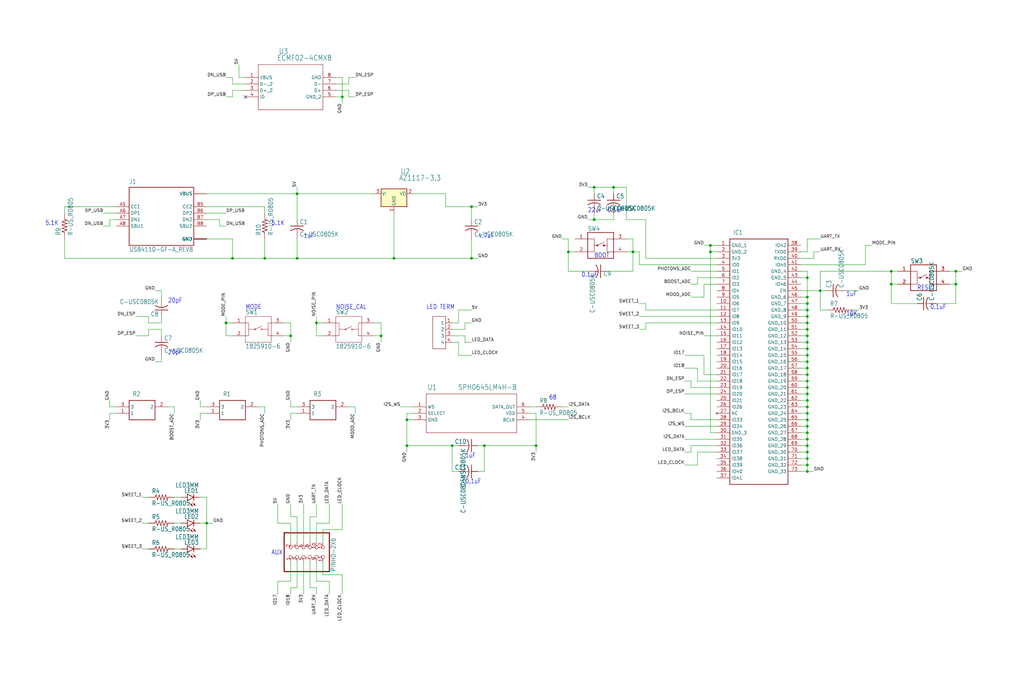
<source format=kicad_sch>
(kicad_sch (version 20211123) (generator eeschema)
  (paper "User" 402.717 264.643)
  (lib_symbols
    (symbol "Regulator_Linear:AZ1117-3.3" (pin_names (offset 0.254))
      (property "Reference" "U" (at -3.81 3.175 0))
      (property "Value" "AZ1117-3.3" (at 0 3.175 0))
      (symbol "AZ1117-3.3_1_1"
        (pin power_in line (at 0 -7.62 90) (length 2.54) (name "GND") (number "1"))
        (pin power_out line (at 7.62 0 180) (length 2.54) (name "VO") (number "2"))
        (pin power_in line (at -7.62 0 0) (length 2.54) (name "VI") (number "3"))
      )
    )
    (symbol "SENSORY_BRIDGE-eagle-import:1825910-6"
      (property "Reference" "SW" (at -5.0897 5.8531 0))
      (property "Value" "1825910-6" (at -5.0883 -7.6324 0))
      (symbol "1825910-6_1_0"
        (pin passive line (at -10.16 2.54 0) (length 5.08) (name "1") (number "1"))
        (pin passive line (at -10.16 -2.54 0) (length 5.08) (name "2") (number "2"))
        (pin passive line (at 10.16 2.54 180) (length 5.08) (name "3") (number "3"))
        (pin passive line (at 10.16 -2.54 180) (length 5.08) (name "4") (number "4"))
      )
    )
    (symbol "SENSORY_BRIDGE-eagle-import:3386P-1-103LF"
      (property "Reference" "R" (at 16.51 7.62 0))
      (property "Value" "3386P-1-103LF" (at 16.51 5.08 0))
      (symbol "3386P-1-103LF_1_0"
        (pin bidirectional line (at 0 -2.54 0) (length 5.08) (name "1") (number "1"))
        (pin bidirectional line (at 20.32 0 180) (length 5.08) (name "2") (number "2"))
        (pin bidirectional line (at 0 0 0) (length 5.08) (name "3") (number "3"))
      )
    )
    (symbol "SENSORY_BRIDGE-eagle-import:796949-4"
      (property "Reference" "J" (at -2.292 8.4041 0))
      (property "Value" "796949-4" (at -2.5451 -7.6353 0))
      (symbol "796949-4_1_0"
        (pin passive line (at 5.08 5.08 180) (length 2.54) (name "1") (number "1"))
        (pin passive line (at 5.08 2.54 180) (length 2.54) (name "2") (number "2"))
        (pin passive line (at 5.08 0 180) (length 2.54) (name "3") (number "3"))
        (pin passive line (at 5.08 -2.54 180) (length 2.54) (name "4") (number "4"))
      )
    )
    (symbol "SENSORY_BRIDGE-eagle-import:C-USC0805K"
      (property "Reference" "C" (at 1.016 0.635 0))
      (property "Value" "C-USC0805K" (at 1.016 -4.191 0))
      (symbol "C-USC0805K_1_0"
        (pin passive line (at 0 2.54 270) (length 2.54) (name "1") (number "1"))
        (pin passive line (at 0 -5.08 90) (length 2.54) (name "2") (number "2"))
      )
    )
    (symbol "SENSORY_BRIDGE-eagle-import:ECMF02-4CMX8"
      (property "Reference" "U" (at 15.5956 9.1186 0))
      (property "Value" "ECMF02-4CMX8" (at 14.9606 6.5786 0))
      (symbol "ECMF02-4CMX8_1_0"
        (pin power_in line (at 2.54 0 0) (length 5.08) (name "VBUS") (number "1"))
        (pin bidirectional line (at 2.54 -2.54 0) (length 5.08) (name "D-_2") (number "2"))
        (pin bidirectional line (at 2.54 -5.08 0) (length 5.08) (name "D+_2") (number "3"))
        (pin passive line (at 2.54 -7.62 0) (length 5.08) (name "ID") (number "4"))
        (pin passive line (at 38.1 -7.62 180) (length 5.08) (name "GND_2") (number "5"))
        (pin bidirectional line (at 38.1 -5.08 180) (length 5.08) (name "D+") (number "6"))
        (pin bidirectional line (at 38.1 -2.54 180) (length 5.08) (name "D-") (number "7"))
        (pin passive line (at 38.1 0 180) (length 5.08) (name "GND") (number "8"))
      )
    )
    (symbol "SENSORY_BRIDGE-eagle-import:ESP32-S2-MINI-1-N4R2"
      (property "Reference" "IC" (at 29.21 7.62 0))
      (property "Value" "ESP32-S2-MINI-1-N4R2" (at 29.21 5.08 0))
      (symbol "ESP32-S2-MINI-1-N4R2_1_0"
        (pin bidirectional line (at 0 0 0) (length 5.08) (name "GND_1") (number "1"))
        (pin bidirectional line (at 0 -22.86 0) (length 5.08) (name "IO6") (number "10"))
        (pin bidirectional line (at 0 -25.4 0) (length 5.08) (name "IO7") (number "11"))
        (pin bidirectional line (at 0 -27.94 0) (length 5.08) (name "IO8") (number "12"))
        (pin bidirectional line (at 0 -30.48 0) (length 5.08) (name "IO9") (number "13"))
        (pin bidirectional line (at 0 -33.02 0) (length 5.08) (name "IO10") (number "14"))
        (pin bidirectional line (at 0 -35.56 0) (length 5.08) (name "IO11") (number "15"))
        (pin bidirectional line (at 0 -38.1 0) (length 5.08) (name "IO12") (number "16"))
        (pin bidirectional line (at 0 -40.64 0) (length 5.08) (name "IO13") (number "17"))
        (pin bidirectional line (at 0 -43.18 0) (length 5.08) (name "IO14") (number "18"))
        (pin bidirectional line (at 0 -45.72 0) (length 5.08) (name "IO15") (number "19"))
        (pin bidirectional line (at 0 -2.54 0) (length 5.08) (name "GND_2") (number "2"))
        (pin bidirectional line (at 0 -48.26 0) (length 5.08) (name "IO16") (number "20"))
        (pin bidirectional line (at 0 -50.8 0) (length 5.08) (name "IO17") (number "21"))
        (pin bidirectional line (at 0 -53.34 0) (length 5.08) (name "IO18") (number "22"))
        (pin bidirectional line (at 0 -55.88 0) (length 5.08) (name "IO19") (number "23"))
        (pin bidirectional line (at 0 -58.42 0) (length 5.08) (name "IO20") (number "24"))
        (pin bidirectional line (at 0 -60.96 0) (length 5.08) (name "IO21") (number "25"))
        (pin bidirectional line (at 0 -63.5 0) (length 5.08) (name "IO26") (number "26"))
        (pin no_connect line (at 0 -66.04 0) (length 5.08) (name "NC") (number "27"))
        (pin bidirectional line (at 0 -68.58 0) (length 5.08) (name "IO33") (number "28"))
        (pin bidirectional line (at 0 -71.12 0) (length 5.08) (name "IO34") (number "29"))
        (pin bidirectional line (at 0 -5.08 0) (length 5.08) (name "3V3") (number "3"))
        (pin bidirectional line (at 0 -73.66 0) (length 5.08) (name "GND_3") (number "30"))
        (pin bidirectional line (at 0 -76.2 0) (length 5.08) (name "IO35") (number "31"))
        (pin bidirectional line (at 0 -78.74 0) (length 5.08) (name "IO36") (number "32"))
        (pin bidirectional line (at 0 -81.28 0) (length 5.08) (name "IO37") (number "33"))
        (pin bidirectional line (at 0 -83.82 0) (length 5.08) (name "IO38") (number "34"))
        (pin bidirectional line (at 0 -86.36 0) (length 5.08) (name "IO39") (number "35"))
        (pin bidirectional line (at 0 -88.9 0) (length 5.08) (name "IO40") (number "36"))
        (pin bidirectional line (at 0 -91.44 0) (length 5.08) (name "IO41") (number "37"))
        (pin bidirectional line (at 33.02 0 180) (length 5.08) (name "IO42") (number "38"))
        (pin bidirectional line (at 33.02 -2.54 180) (length 5.08) (name "TXD0") (number "39"))
        (pin bidirectional line (at 0 -7.62 0) (length 5.08) (name "IO0") (number "4"))
        (pin bidirectional line (at 33.02 -5.08 180) (length 5.08) (name "RXD0") (number "40"))
        (pin bidirectional line (at 33.02 -7.62 180) (length 5.08) (name "IO45") (number "41"))
        (pin bidirectional line (at 33.02 -10.16 180) (length 5.08) (name "GND_4") (number "42"))
        (pin bidirectional line (at 33.02 -12.7 180) (length 5.08) (name "GND_5") (number "43"))
        (pin bidirectional line (at 33.02 -15.24 180) (length 5.08) (name "IO46") (number "44"))
        (pin bidirectional line (at 33.02 -17.78 180) (length 5.08) (name "EN") (number "45"))
        (pin bidirectional line (at 33.02 -20.32 180) (length 5.08) (name "GND_6") (number "46"))
        (pin bidirectional line (at 33.02 -22.86 180) (length 5.08) (name "GND_7") (number "47"))
        (pin bidirectional line (at 33.02 -25.4 180) (length 5.08) (name "GND_8") (number "48"))
        (pin bidirectional line (at 33.02 -27.94 180) (length 5.08) (name "GND_9") (number "49"))
        (pin bidirectional line (at 0 -10.16 0) (length 5.08) (name "IO1") (number "5"))
        (pin bidirectional line (at 33.02 -30.48 180) (length 5.08) (name "GND_10") (number "50"))
        (pin bidirectional line (at 33.02 -33.02 180) (length 5.08) (name "GND_11") (number "51"))
        (pin bidirectional line (at 33.02 -35.56 180) (length 5.08) (name "GND_12") (number "52"))
        (pin bidirectional line (at 33.02 -38.1 180) (length 5.08) (name "GND_13") (number "53"))
        (pin bidirectional line (at 33.02 -40.64 180) (length 5.08) (name "GND_14") (number "54"))
        (pin bidirectional line (at 33.02 -43.18 180) (length 5.08) (name "GND_15") (number "55"))
        (pin bidirectional line (at 33.02 -45.72 180) (length 5.08) (name "GND_16") (number "56"))
        (pin bidirectional line (at 33.02 -48.26 180) (length 5.08) (name "GND_17") (number "57"))
        (pin bidirectional line (at 33.02 -50.8 180) (length 5.08) (name "GND_18") (number "58"))
        (pin bidirectional line (at 33.02 -53.34 180) (length 5.08) (name "GND_19") (number "59"))
        (pin bidirectional line (at 0 -12.7 0) (length 5.08) (name "IO2") (number "6"))
        (pin bidirectional line (at 33.02 -55.88 180) (length 5.08) (name "GND_20") (number "60"))
        (pin bidirectional line (at 33.02 -58.42 180) (length 5.08) (name "GND_21") (number "61"))
        (pin bidirectional line (at 33.02 -60.96 180) (length 5.08) (name "GND_22") (number "62"))
        (pin bidirectional line (at 33.02 -63.5 180) (length 5.08) (name "GND_23") (number "63"))
        (pin bidirectional line (at 33.02 -66.04 180) (length 5.08) (name "GND_24") (number "64"))
        (pin bidirectional line (at 33.02 -68.58 180) (length 5.08) (name "GND_25") (number "65"))
        (pin bidirectional line (at 33.02 -71.12 180) (length 5.08) (name "GND_26") (number "66"))
        (pin bidirectional line (at 33.02 -73.66 180) (length 5.08) (name "GND_27") (number "67"))
        (pin bidirectional line (at 33.02 -76.2 180) (length 5.08) (name "GND_28") (number "68"))
        (pin bidirectional line (at 33.02 -78.74 180) (length 5.08) (name "GND_29") (number "69"))
        (pin bidirectional line (at 0 -15.24 0) (length 5.08) (name "IO3") (number "7"))
        (pin bidirectional line (at 33.02 -81.28 180) (length 5.08) (name "GND_30") (number "70"))
        (pin bidirectional line (at 33.02 -83.82 180) (length 5.08) (name "GND_31") (number "71"))
        (pin bidirectional line (at 33.02 -86.36 180) (length 5.08) (name "GND_32") (number "72"))
        (pin bidirectional line (at 33.02 -88.9 180) (length 5.08) (name "GND_33") (number "73"))
        (pin bidirectional line (at 0 -17.78 0) (length 5.08) (name "IO4") (number "8"))
        (pin bidirectional line (at 0 -20.32 0) (length 5.08) (name "IO5") (number "9"))
      )
    )
    (symbol "SENSORY_BRIDGE-eagle-import:LED3MM"
      (property "Reference" "LED" (at 3.556 -4.572 90))
      (property "Value" "LED3MM" (at 5.715 -4.572 90))
      (symbol "LED3MM_1_0"
        (pin passive line (at 0 2.54 270) (length 2.54) (name "A") (number "A"))
        (pin passive line (at 0 -5.08 90) (length 2.54) (name "C") (number "K"))
      )
    )
    (symbol "SENSORY_BRIDGE-eagle-import:PINHD-2X6"
      (property "Reference" "JP" (at -6.35 8.255 0))
      (property "Value" "PINHD-2X6" (at -6.35 -12.7 0))
      (symbol "PINHD-2X6_1_0"
        (pin passive inverted (at -2.54 5.08 0) (length 2.54) (name "1") (number "1"))
        (pin passive inverted (at 5.08 -5.08 180) (length 2.54) (name "10") (number "10"))
        (pin passive inverted (at -2.54 -7.62 0) (length 2.54) (name "11") (number "11"))
        (pin passive inverted (at 5.08 -7.62 180) (length 2.54) (name "12") (number "12"))
        (pin passive inverted (at 5.08 5.08 180) (length 2.54) (name "2") (number "2"))
        (pin passive inverted (at -2.54 2.54 0) (length 2.54) (name "3") (number "3"))
        (pin passive inverted (at 5.08 2.54 180) (length 2.54) (name "4") (number "4"))
        (pin passive inverted (at -2.54 0 0) (length 2.54) (name "5") (number "5"))
        (pin passive inverted (at 5.08 0 180) (length 2.54) (name "6") (number "6"))
        (pin passive inverted (at -2.54 -2.54 0) (length 2.54) (name "7") (number "7"))
        (pin passive inverted (at 5.08 -2.54 180) (length 2.54) (name "8") (number "8"))
        (pin passive inverted (at -2.54 -5.08 0) (length 2.54) (name "9") (number "9"))
      )
    )
    (symbol "SENSORY_BRIDGE-eagle-import:PTS525SM15SMTR2LFS"
      (property "Reference" "S" (at -5.0838 5.5922 0))
      (property "Value" "PTS525SM15SMTR2LFS" (at -5.0808 -7.3672 0))
      (symbol "PTS525SM15SMTR2LFS_1_0"
        (pin passive line (at -10.16 2.54 0) (length 5.08) (name "1") (number "1"))
        (pin passive line (at -10.16 -2.54 0) (length 5.08) (name "2") (number "2"))
        (pin passive line (at 10.16 2.54 180) (length 5.08) (name "3") (number "3"))
        (pin passive line (at 10.16 -2.54 180) (length 5.08) (name "4") (number "4"))
      )
    )
    (symbol "SENSORY_BRIDGE-eagle-import:R-US_R0805"
      (property "Reference" "R" (at -3.81 1.4986 0))
      (property "Value" "R-US_R0805" (at -3.81 -3.302 0))
      (symbol "R-US_R0805_1_0"
        (pin passive line (at -5.08 0 0) (length 2.54) (name "1") (number "1"))
        (pin passive line (at 5.08 0 180) (length 2.54) (name "2") (number "2"))
      )
    )
    (symbol "SENSORY_BRIDGE-eagle-import:SPH0645LM4H-B"
      (property "Reference" "U" (at 20.6756 9.1186 0))
      (property "Value" "SPH0645LM4H-B" (at 20.0406 6.5786 0))
      (symbol "SPH0645LM4H-B_1_0"
        (pin input line (at 2.54 0 0) (length 5.08) (name "WS") (number "1"))
        (pin input line (at 2.54 -2.54 0) (length 5.08) (name "SELECT") (number "2"))
        (pin passive line (at 2.54 -5.08 0) (length 5.08) (name "GND") (number "3"))
        (pin input line (at 48.26 -5.08 180) (length 5.08) (name "BCLK") (number "4"))
        (pin power_in line (at 48.26 -2.54 180) (length 5.08) (name "VDD") (number "5"))
        (pin output line (at 48.26 0 180) (length 5.08) (name "DATA_OUT") (number "6"))
      )
    )
    (symbol "SENSORY_BRIDGE-eagle-import:USB4110-GF-A_REVB"
      (property "Reference" "J" (at -12.7 11.43 0))
      (property "Value" "USB4110-GF-A_REVB" (at -12.7 -15.24 0))
      (symbol "USB4110-GF-A_REVB_1_0"
        (pin power_in line (at 17.78 -10.16 180) (length 5.08) (name "GND") (number "A1/B12"))
        (pin power_in line (at 17.78 7.62 180) (length 5.08) (name "VBUS") (number "A4/B9"))
        (pin bidirectional line (at -17.78 2.54 0) (length 5.08) (name "CC1") (number "A5"))
        (pin bidirectional line (at -17.78 0 0) (length 5.08) (name "DP1") (number "A6"))
        (pin bidirectional line (at -17.78 -2.54 0) (length 5.08) (name "DN1") (number "A7"))
        (pin bidirectional line (at -17.78 -5.08 0) (length 5.08) (name "SBU1") (number "A8"))
        (pin power_in line (at 17.78 -10.16 180) (length 5.08) (name "GND") (number "B1/A12"))
        (pin power_in line (at 17.78 7.62 180) (length 5.08) (name "VBUS") (number "B4/A9"))
        (pin bidirectional line (at 17.78 2.54 180) (length 5.08) (name "CC2") (number "B5"))
        (pin bidirectional line (at 17.78 0 180) (length 5.08) (name "DP2") (number "B6"))
        (pin bidirectional line (at 17.78 -2.54 180) (length 5.08) (name "DN2") (number "B7"))
        (pin bidirectional line (at 17.78 -5.08 180) (length 5.08) (name "SBU2") (number "B8"))
        (pin power_in line (at 17.78 -10.16 180) (length 5.08) (name "GND") (number "S1"))
        (pin power_in line (at 17.78 -10.16 180) (length 5.08) (name "GND") (number "S2"))
        (pin power_in line (at 17.78 -10.16 180) (length 5.08) (name "GND") (number "S3"))
        (pin power_in line (at 17.78 -10.16 180) (length 5.08) (name "GND") (number "S4"))
      )
    )
  )
  (junction (at 279.4 99.06))
  (junction (at 81.28 205.74))
  (junction (at 124.46 127))
  (junction (at 114.3 132.08))
  (junction (at 317.5 160.02))
  (junction (at 160.02 165.1))
  (junction (at 88.9 127))
  (junction (at 317.5 132.08))
  (junction (at 149.86 132.08))
  (junction (at 233.68 86.36))
  (junction (at 160.02 175.26))
  (junction (at 177.8 175.26))
  (junction (at 317.5 109.22))
  (junction (at 317.5 137.16))
  (junction (at 375.92 106.68))
  (junction (at 317.5 177.8))
  (junction (at 317.5 170.18))
  (junction (at 350.52 111.76))
  (junction (at 317.5 129.54))
  (junction (at 317.5 172.72))
  (junction (at 317.5 152.4))
  (junction (at 317.5 175.26))
  (junction (at 317.5 124.46))
  (junction (at 91.44 101.6))
  (junction (at 317.5 165.1))
  (junction (at 317.5 139.7))
  (junction (at 317.5 182.88))
  (junction (at 134.62 38.1))
  (junction (at 185.42 101.6))
  (junction (at 241.3 73.66))
  (junction (at 317.5 116.84))
  (junction (at 248.92 99.06))
  (junction (at 317.5 134.62))
  (junction (at 154.94 101.6))
  (junction (at 317.5 147.32))
  (junction (at 317.5 127))
  (junction (at 233.68 73.66))
  (junction (at 104.14 101.6))
  (junction (at 322.58 114.3))
  (junction (at 317.5 185.42))
  (junction (at 223.52 99.06))
  (junction (at 375.92 111.76))
  (junction (at 116.84 101.6))
  (junction (at 317.5 162.56))
  (junction (at 116.84 76.2))
  (junction (at 317.5 157.48))
  (junction (at 317.5 144.78))
  (junction (at 210.82 175.26))
  (junction (at 190.5 175.26))
  (junction (at 350.52 106.68))
  (junction (at 317.5 167.64))
  (junction (at 185.42 81.28))
  (junction (at 317.5 142.24))
  (junction (at 317.5 149.86))
  (junction (at 317.5 119.38))
  (junction (at 317.5 121.92))
  (junction (at 317.5 154.94))
  (junction (at 317.5 180.34))
  (junction (at 279.4 96.52))
  (no_connect (at 96.52 38.1))
  (wire (pts (xy 375.92 106.68) (xy 375.92 111.76)))
  (wire (pts (xy 162.56 162.56) (xy 160.02 162.56)))
  (wire (pts (xy 322.58 121.92) (xy 325.12 121.92)))
  (wire (pts (xy 226.06 99.06) (xy 223.52 99.06)))
  (wire (pts (xy 114.3 162.56) (xy 114.3 165.1)))
  (wire (pts (xy 281.94 121.92) (xy 254 121.92)))
  (wire (pts (xy 251.46 104.14) (xy 251.46 99.06)))
  (wire (pts (xy 114.3 160.02) (xy 114.3 157.48)))
  (wire (pts (xy 322.58 106.68) (xy 350.52 106.68)))
  (wire (pts (xy 78.74 215.9) (xy 81.28 215.9)))
  (wire (pts (xy 322.58 114.3) (xy 325.12 114.3)))
  (wire (pts (xy 317.5 139.7) (xy 317.5 142.24)))
  (wire (pts (xy 317.5 185.42) (xy 314.96 185.42)))
  (wire (pts (xy 177.8 134.62) (xy 180.34 134.62)))
  (wire (pts (xy 241.3 86.36) (xy 241.3 83.82)))
  (wire (pts (xy 271.78 175.26) (xy 281.94 175.26)))
  (wire (pts (xy 58.42 132.08) (xy 53.34 132.08)))
  (wire (pts (xy 58.42 205.74) (xy 55.88 205.74)))
  (wire (pts (xy 58.42 195.58) (xy 55.88 195.58)))
  (wire (pts (xy 68.58 160.02) (xy 68.58 162.56)))
  (wire (pts (xy 68.58 195.58) (xy 71.12 195.58)))
  (wire (pts (xy 177.8 185.42) (xy 180.34 185.42)))
  (wire (pts (xy 274.32 109.22) (xy 274.32 111.76)))
  (wire (pts (xy 86.36 86.36) (xy 86.36 88.9)))
  (wire (pts (xy 190.5 175.26) (xy 187.96 175.26)))
  (wire (pts (xy 241.3 76.2) (xy 241.3 73.66)))
  (wire (pts (xy 96.52 30.48) (xy 93.98 30.48)))
  (wire (pts (xy 91.44 101.6) (xy 104.14 101.6)))
  (wire (pts (xy 248.92 93.98) (xy 246.38 93.98)))
  (wire (pts (xy 340.36 104.14) (xy 340.36 96.52)))
  (wire (pts (xy 116.84 160.02) (xy 114.3 160.02)))
  (wire (pts (xy 317.5 99.06) (xy 317.5 93.98)))
  (wire (pts (xy 317.5 119.38) (xy 317.5 121.92)))
  (wire (pts (xy 104.14 101.6) (xy 116.84 101.6)))
  (wire (pts (xy 63.5 114.3) (xy 60.96 114.3)))
  (wire (pts (xy 81.28 93.98) (xy 91.44 93.98)))
  (wire (pts (xy 314.96 154.94) (xy 317.5 154.94)))
  (wire (pts (xy 180.34 121.92) (xy 185.42 121.92)))
  (wire (pts (xy 375.92 111.76) (xy 373.38 111.76)))
  (wire (pts (xy 314.96 99.06) (xy 317.5 99.06)))
  (wire (pts (xy 274.32 177.8) (xy 281.94 177.8)))
  (wire (pts (xy 81.28 205.74) (xy 83.82 205.74)))
  (wire (pts (xy 274.32 144.78) (xy 269.24 144.78)))
  (wire (pts (xy 66.04 160.02) (xy 68.58 160.02)))
  (wire (pts (xy 317.5 157.48) (xy 317.5 160.02)))
  (wire (pts (xy 114.3 231.14) (xy 114.3 233.68)))
  (wire (pts (xy 317.5 109.22) (xy 317.5 116.84)))
  (wire (pts (xy 124.46 203.2) (xy 124.46 198.12)))
  (wire (pts (xy 233.68 86.36) (xy 231.14 86.36)))
  (wire (pts (xy 160.02 175.26) (xy 160.02 177.8)))
  (wire (pts (xy 127 226.06) (xy 134.62 226.06)))
  (wire (pts (xy 314.96 104.14) (xy 340.36 104.14)))
  (wire (pts (xy 271.78 162.56) (xy 269.24 162.56)))
  (wire (pts (xy 124.46 213.36) (xy 124.46 205.74)))
  (wire (pts (xy 233.68 83.82) (xy 233.68 86.36)))
  (wire (pts (xy 114.3 228.6) (xy 109.22 228.6)))
  (wire (pts (xy 281.94 124.46) (xy 251.46 124.46)))
  (wire (pts (xy 208.28 160.02) (xy 210.82 160.02)))
  (wire (pts (xy 317.5 93.98) (xy 322.58 93.98)))
  (wire (pts (xy 314.96 162.56) (xy 317.5 162.56)))
  (wire (pts (xy 185.42 101.6) (xy 185.42 93.98)))
  (wire (pts (xy 332.74 114.3) (xy 337.82 114.3)))
  (wire (pts (xy 81.28 86.36) (xy 86.36 86.36)))
  (wire (pts (xy 127 213.36) (xy 127 208.28)))
  (wire (pts (xy 281.94 152.4) (xy 271.78 152.4)))
  (wire (pts (xy 223.52 93.98) (xy 220.98 93.98)))
  (wire (pts (xy 233.68 73.66) (xy 231.14 73.66)))
  (wire (pts (xy 248.92 99.06) (xy 246.38 99.06)))
  (wire (pts (xy 375.92 106.68) (xy 378.46 106.68)))
  (wire (pts (xy 124.46 127) (xy 124.46 132.08)))
  (wire (pts (xy 58.42 215.9) (xy 55.88 215.9)))
  (wire (pts (xy 187.96 185.42) (xy 190.5 185.42)))
  (wire (pts (xy 233.68 86.36) (xy 241.3 86.36)))
  (wire (pts (xy 63.5 142.24) (xy 60.96 142.24)))
  (wire (pts (xy 63.5 127) (xy 63.5 124.46)))
  (wire (pts (xy 314.96 149.86) (xy 317.5 149.86)))
  (wire (pts (xy 279.4 170.18) (xy 279.4 99.06)))
  (wire (pts (xy 271.78 165.1) (xy 281.94 165.1)))
  (wire (pts (xy 96.52 35.56) (xy 91.44 35.56)))
  (wire (pts (xy 317.5 149.86) (xy 317.5 152.4)))
  (wire (pts (xy 317.5 182.88) (xy 317.5 185.42)))
  (wire (pts (xy 81.28 83.82) (xy 88.9 83.82)))
  (wire (pts (xy 314.96 106.68) (xy 317.5 106.68)))
  (wire (pts (xy 246.38 86.36) (xy 246.38 73.66)))
  (wire (pts (xy 180.34 134.62) (xy 180.34 139.7)))
  (wire (pts (xy 281.94 154.94) (xy 269.24 154.94)))
  (wire (pts (xy 137.16 30.48) (xy 139.7 30.48)))
  (wire (pts (xy 281.94 106.68) (xy 271.78 106.68)))
  (wire (pts (xy 276.86 147.32) (xy 276.86 139.7)))
  (wire (pts (xy 314.96 152.4) (xy 317.5 152.4)))
  (wire (pts (xy 314.96 101.6) (xy 320.04 101.6)))
  (wire (pts (xy 314.96 134.62) (xy 317.5 134.62)))
  (wire (pts (xy 25.4 101.6) (xy 91.44 101.6)))
  (wire (pts (xy 317.5 106.68) (xy 317.5 109.22)))
  (wire (pts (xy 314.96 182.88) (xy 317.5 182.88)))
  (wire (pts (xy 45.72 160.02) (xy 43.18 160.02)))
  (wire (pts (xy 104.14 160.02) (xy 104.14 162.56)))
  (wire (pts (xy 281.94 104.14) (xy 251.46 104.14)))
  (wire (pts (xy 317.5 109.22) (xy 314.96 109.22)))
  (wire (pts (xy 281.94 101.6) (xy 254 101.6)))
  (wire (pts (xy 147.32 127) (xy 149.86 127)))
  (wire (pts (xy 314.96 160.02) (xy 317.5 160.02)))
  (wire (pts (xy 63.5 116.84) (xy 63.5 114.3)))
  (wire (pts (xy 160.02 162.56) (xy 160.02 165.1)))
  (wire (pts (xy 314.96 124.46) (xy 317.5 124.46)))
  (wire (pts (xy 373.38 106.68) (xy 375.92 106.68)))
  (wire (pts (xy 314.96 119.38) (xy 317.5 119.38)))
  (wire (pts (xy 185.42 86.36) (xy 185.42 81.28)))
  (wire (pts (xy 137.16 160.02) (xy 139.7 160.02)))
  (wire (pts (xy 276.86 116.84) (xy 271.78 116.84)))
  (wire (pts (xy 114.3 220.98) (xy 114.3 228.6)))
  (wire (pts (xy 314.96 177.8) (xy 317.5 177.8)))
  (wire (pts (xy 45.72 162.56) (xy 43.18 162.56)))
  (wire (pts (xy 317.5 134.62) (xy 317.5 137.16)))
  (wire (pts (xy 86.36 88.9) (xy 88.9 88.9)))
  (wire (pts (xy 116.84 86.36) (xy 116.84 76.2)))
  (wire (pts (xy 134.62 30.48) (xy 134.62 38.1)))
  (wire (pts (xy 208.28 165.1) (xy 223.52 165.1)))
  (wire (pts (xy 317.5 137.16) (xy 317.5 139.7)))
  (wire (pts (xy 254 86.36) (xy 246.38 86.36)))
  (wire (pts (xy 137.16 38.1) (xy 139.7 38.1)))
  (wire (pts (xy 121.92 213.36) (xy 121.92 203.2)))
  (wire (pts (xy 127 208.28) (xy 134.62 208.28)))
  (wire (pts (xy 279.4 96.52) (xy 276.86 96.52)))
  (wire (pts (xy 88.9 132.08) (xy 91.44 132.08)))
  (wire (pts (xy 58.42 127) (xy 58.42 124.46)))
  (wire (pts (xy 134.62 208.28) (xy 134.62 198.12)))
  (wire (pts (xy 116.84 162.56) (xy 114.3 162.56)))
  (wire (pts (xy 119.38 220.98) (xy 119.38 233.68)))
  (wire (pts (xy 279.4 96.52) (xy 279.4 99.06)))
  (wire (pts (xy 111.76 127) (xy 114.3 127)))
  (wire (pts (xy 271.78 149.86) (xy 269.24 149.86)))
  (wire (pts (xy 132.08 30.48) (xy 134.62 30.48)))
  (wire (pts (xy 210.82 175.26) (xy 210.82 177.8)))
  (wire (pts (xy 314.96 132.08) (xy 317.5 132.08)))
  (wire (pts (xy 314.96 172.72) (xy 317.5 172.72)))
  (wire (pts (xy 149.86 132.08) (xy 149.86 134.62)))
  (wire (pts (xy 314.96 116.84) (xy 317.5 116.84)))
  (wire (pts (xy 182.88 127) (xy 185.42 127)))
  (wire (pts (xy 317.5 152.4) (xy 317.5 154.94)))
  (wire (pts (xy 190.5 185.42) (xy 190.5 175.26)))
  (wire (pts (xy 124.46 220.98) (xy 124.46 228.6)))
  (wire (pts (xy 81.28 81.28) (xy 104.14 81.28)))
  (wire (pts (xy 162.56 76.2) (xy 175.26 76.2)))
  (wire (pts (xy 317.5 177.8) (xy 317.5 180.34)))
  (wire (pts (xy 116.84 101.6) (xy 154.94 101.6)))
  (wire (pts (xy 317.5 170.18) (xy 317.5 172.72)))
  (wire (pts (xy 314.96 165.1) (xy 317.5 165.1)))
  (wire (pts (xy 276.86 111.76) (xy 276.86 116.84)))
  (wire (pts (xy 43.18 88.9) (xy 40.64 88.9)))
  (wire (pts (xy 116.84 220.98) (xy 116.84 231.14)))
  (wire (pts (xy 322.58 114.3) (xy 322.58 106.68)))
  (wire (pts (xy 314.96 127) (xy 317.5 127)))
  (wire (pts (xy 116.84 76.2) (xy 116.84 73.66)))
  (wire (pts (xy 78.74 160.02) (xy 78.74 157.48)))
  (wire (pts (xy 91.44 38.1) (xy 88.9 38.1)))
  (wire (pts (xy 109.22 205.74) (xy 109.22 198.12)))
  (wire (pts (xy 129.54 205.74) (xy 129.54 198.12)))
  (wire (pts (xy 96.52 33.02) (xy 91.44 33.02)))
  (wire (pts (xy 132.08 33.02) (xy 137.16 33.02)))
  (wire (pts (xy 114.3 205.74) (xy 109.22 205.74)))
  (wire (pts (xy 317.5 167.64) (xy 317.5 170.18)))
  (wire (pts (xy 274.32 177.8) (xy 274.32 182.88)))
  (wire (pts (xy 251.46 99.06) (xy 248.92 99.06)))
  (wire (pts (xy 81.28 76.2) (xy 116.84 76.2)))
  (wire (pts (xy 375.92 111.76) (xy 375.92 119.38)))
  (wire (pts (xy 281.94 149.86) (xy 274.32 149.86)))
  (wire (pts (xy 281.94 96.52) (xy 279.4 96.52)))
  (wire (pts (xy 137.16 35.56) (xy 137.16 38.1)))
  (wire (pts (xy 25.4 81.28) (xy 25.4 83.82)))
  (wire (pts (xy 134.62 226.06) (xy 134.62 233.68)))
  (wire (pts (xy 177.8 127) (xy 180.34 127)))
  (wire (pts (xy 116.84 231.14) (xy 114.3 231.14)))
  (wire (pts (xy 223.52 99.06) (xy 223.52 106.68)))
  (wire (pts (xy 119.38 213.36) (xy 119.38 198.12)))
  (wire (pts (xy 314.96 157.48) (xy 317.5 157.48)))
  (wire (pts (xy 185.42 101.6) (xy 187.96 101.6)))
  (wire (pts (xy 121.92 203.2) (xy 124.46 203.2)))
  (wire (pts (xy 317.5 121.92) (xy 317.5 124.46)))
  (wire (pts (xy 350.52 119.38) (xy 360.68 119.38)))
  (wire (pts (xy 127 127) (xy 124.46 127)))
  (wire (pts (xy 317.5 175.26) (xy 317.5 177.8)))
  (wire (pts (xy 91.44 30.48) (xy 88.9 30.48)))
  (wire (pts (xy 177.8 132.08) (xy 182.88 132.08)))
  (wire (pts (xy 233.68 73.66) (xy 241.3 73.66)))
  (wire (pts (xy 350.52 111.76) (xy 350.52 119.38)))
  (wire (pts (xy 124.46 205.74) (xy 129.54 205.74)))
  (wire (pts (xy 127 220.98) (xy 127 226.06)))
  (wire (pts (xy 182.88 132.08) (xy 182.88 134.62)))
  (wire (pts (xy 116.84 203.2) (xy 114.3 203.2)))
  (wire (pts (xy 271.78 162.56) (xy 271.78 165.1)))
  (wire (pts (xy 314.96 147.32) (xy 317.5 147.32)))
  (wire (pts (xy 160.02 175.26) (xy 177.8 175.26)))
  (wire (pts (xy 314.96 121.92) (xy 317.5 121.92)))
  (wire (pts (xy 114.3 127) (xy 114.3 132.08)))
  (wire (pts (xy 91.44 33.02) (xy 91.44 30.48)))
  (wire (pts (xy 317.5 116.84) (xy 317.5 119.38)))
  (wire (pts (xy 139.7 160.02) (xy 139.7 162.56)))
  (wire (pts (xy 281.94 147.32) (xy 276.86 147.32)))
  (wire (pts (xy 101.6 160.02) (xy 104.14 160.02)))
  (wire (pts (xy 185.42 81.28) (xy 187.96 81.28)))
  (wire (pts (xy 91.44 93.98) (xy 91.44 101.6)))
  (wire (pts (xy 210.82 162.56) (xy 210.82 175.26)))
  (wire (pts (xy 182.88 129.54) (xy 182.88 127)))
  (wire (pts (xy 220.98 160.02) (xy 223.52 160.02)))
  (wire (pts (xy 271.78 152.4) (xy 271.78 149.86)))
  (wire (pts (xy 129.54 228.6) (xy 129.54 233.68)))
  (wire (pts (xy 58.42 124.46) (xy 53.34 124.46)))
  (wire (pts (xy 317.5 142.24) (xy 317.5 144.78)))
  (wire (pts (xy 68.58 215.9) (xy 71.12 215.9)))
  (wire (pts (xy 233.68 73.66) (xy 233.68 76.2)))
  (wire (pts (xy 314.96 175.26) (xy 317.5 175.26)))
  (wire (pts (xy 274.32 149.86) (xy 274.32 144.78)))
  (wire (pts (xy 104.14 81.28) (xy 104.14 83.82)))
  (wire (pts (xy 160.02 165.1) (xy 162.56 165.1)))
  (wire (pts (xy 223.52 106.68) (xy 231.14 106.68)))
  (wire (pts (xy 314.96 129.54) (xy 317.5 129.54)))
  (wire (pts (xy 271.78 177.8) (xy 271.78 175.26)))
  (wire (pts (xy 314.96 180.34) (xy 317.5 180.34)))
  (wire (pts (xy 114.3 203.2) (xy 114.3 198.12)))
  (wire (pts (xy 177.8 175.26) (xy 180.34 175.26)))
  (wire (pts (xy 88.9 127) (xy 88.9 124.46)))
  (wire (pts (xy 274.32 111.76) (xy 271.78 111.76)))
  (wire (pts (xy 121.92 220.98) (xy 121.92 231.14)))
  (wire (pts (xy 109.22 228.6) (xy 109.22 233.68)))
  (wire (pts (xy 63.5 127) (xy 58.42 127)))
  (wire (pts (xy 246.38 73.66) (xy 241.3 73.66)))
  (wire (pts (xy 269.24 167.64) (xy 281.94 167.64)))
  (wire (pts (xy 149.86 132.08) (xy 147.32 132.08)))
  (wire (pts (xy 124.46 231.14) (xy 124.46 233.68)))
  (wire (pts (xy 314.96 142.24) (xy 317.5 142.24)))
  (wire (pts (xy 154.94 83.82) (xy 154.94 101.6)))
  (wire (pts (xy 314.96 139.7) (xy 317.5 139.7)))
  (wire (pts (xy 317.5 165.1) (xy 317.5 167.64)))
  (wire (pts (xy 81.28 205.74) (xy 81.28 195.58)))
  (wire (pts (xy 78.74 205.74) (xy 81.28 205.74)))
  (wire (pts (xy 116.84 93.98) (xy 116.84 101.6)))
  (wire (pts (xy 274.32 182.88) (xy 269.24 182.88)))
  (wire (pts (xy 43.18 160.02) (xy 43.18 157.48)))
  (wire (pts (xy 353.06 111.76) (xy 350.52 111.76)))
  (wire (pts (xy 317.5 162.56) (xy 317.5 165.1)))
  (wire (pts (xy 149.86 127) (xy 149.86 132.08)))
  (wire (pts (xy 254 101.6) (xy 254 86.36)))
  (wire (pts (xy 124.46 228.6) (xy 129.54 228.6)))
  (wire (pts (xy 177.8 185.42) (xy 177.8 175.26)))
  (wire (pts (xy 104.14 93.98) (xy 104.14 101.6)))
  (wire (pts (xy 78.74 162.56) (xy 78.74 165.1)))
  (wire (pts (xy 132.08 35.56) (xy 137.16 35.56)))
  (wire (pts (xy 350.52 106.68) (xy 353.06 106.68)))
  (wire (pts (xy 317.5 132.08) (xy 317.5 134.62)))
  (wire (pts (xy 317.5 147.32) (xy 317.5 149.86)))
  (wire (pts (xy 281.94 172.72) (xy 269.24 172.72)))
  (wire (pts (xy 350.52 111.76) (xy 350.52 106.68)))
  (wire (pts (xy 254 121.92) (xy 254 119.38)))
  (wire (pts (xy 78.74 195.58) (xy 81.28 195.58)))
  (wire (pts (xy 45.72 86.36) (xy 43.18 86.36)))
  (wire (pts (xy 121.92 231.14) (xy 124.46 231.14)))
  (wire (pts (xy 180.34 139.7) (xy 185.42 139.7)))
  (wire (pts (xy 175.26 81.28) (xy 185.42 81.28)))
  (wire (pts (xy 43.18 162.56) (xy 43.18 165.1)))
  (wire (pts (xy 314.96 170.18) (xy 317.5 170.18)))
  (wire (pts (xy 81.28 162.56) (xy 78.74 162.56)))
  (wire (pts (xy 340.36 96.52) (xy 342.9 96.52)))
  (wire (pts (xy 317.5 154.94) (xy 317.5 157.48)))
  (wire (pts (xy 93.98 30.48) (xy 93.98 25.4)))
  (wire (pts (xy 248.92 106.68) (xy 248.92 99.06)))
  (wire (pts (xy 116.84 213.36) (xy 116.84 203.2)))
  (wire (pts (xy 134.62 38.1) (xy 134.62 40.64)))
  (wire (pts (xy 71.12 205.74) (xy 68.58 205.74)))
  (wire (pts (xy 116.84 76.2) (xy 147.32 76.2)))
  (wire (pts (xy 45.72 81.28) (xy 25.4 81.28)))
  (wire (pts (xy 177.8 129.54) (xy 182.88 129.54)))
  (wire (pts (xy 63.5 129.54) (xy 63.5 132.08)))
  (wire (pts (xy 314.96 114.3) (xy 322.58 114.3)))
  (wire (pts (xy 114.3 132.08) (xy 114.3 134.62)))
  (wire (pts (xy 134.62 38.1) (xy 132.08 38.1)))
  (wire (pts (xy 281.94 127) (xy 254 127)))
  (wire (pts (xy 248.92 93.98) (xy 248.92 99.06)))
  (wire (pts (xy 317.5 124.46) (xy 317.5 127)))
  (wire (pts (xy 137.16 33.02) (xy 137.16 30.48)))
  (wire (pts (xy 124.46 127) (xy 124.46 124.46)))
  (wire (pts (xy 322.58 114.3) (xy 322.58 121.92)))
  (wire (pts (xy 317.5 185.42) (xy 320.04 185.42)))
  (wire (pts (xy 317.5 144.78) (xy 317.5 147.32)))
  (wire (pts (xy 317.5 127) (xy 317.5 129.54)))
  (wire (pts (xy 254 129.54) (xy 251.46 129.54)))
  (wire (pts (xy 88.9 127) (xy 88.9 132.08)))
  (wire (pts (xy 314.96 144.78) (xy 317.5 144.78)))
  (wire (pts (xy 58.42 129.54) (xy 58.42 132.08)))
  (wire (pts (xy 314.96 167.64) (xy 317.5 167.64)))
  (wire (pts (xy 281.94 111.76) (xy 276.86 111.76)))
  (wire (pts (xy 180.34 127) (xy 180.34 121.92)))
  (wire (pts (xy 81.28 215.9) (xy 81.28 205.74)))
  (wire (pts (xy 281.94 132.08) (xy 276.86 132.08)))
  (wire (pts (xy 317.5 129.54) (xy 317.5 132.08)))
  (wire (pts (xy 175.26 76.2) (xy 175.26 81.28)))
  (wire (pts (xy 210.82 175.26) (xy 190.5 175.26)))
  (wire (pts (xy 375.92 119.38) (xy 368.3 119.38)))
  (wire (pts (xy 317.5 160.02) (xy 317.5 162.56)))
  (wire (pts (xy 269.24 177.8) (xy 271.78 177.8)))
  (wire (pts (xy 317.5 172.72) (xy 317.5 175.26)))
  (wire (pts (xy 182.88 134.62) (xy 185.42 134.62)))
  (wire (pts (xy 154.94 101.6) (xy 185.42 101.6)))
  (wire (pts (xy 114.3 132.08) (xy 111.76 132.08)))
  (wire (pts (xy 276.86 139.7) (xy 269.24 139.7)))
  (wire (pts (xy 160.02 165.1) (xy 160.02 175.26)))
  (wire (pts (xy 223.52 93.98) (xy 223.52 99.06)))
  (wire (pts (xy 25.4 93.98) (xy 25.4 101.6)))
  (wire (pts (xy 281.94 109.22) (xy 274.32 109.22)))
  (wire (pts (xy 91.44 127) (xy 88.9 127)))
  (wire (pts (xy 314.96 137.16) (xy 317.5 137.16)))
  (wire (pts (xy 91.44 35.56) (xy 91.44 38.1)))
  (wire (pts (xy 254 119.38) (xy 251.46 119.38)))
  (wire (pts (xy 63.5 139.7) (xy 63.5 142.24)))
  (wire (pts (xy 81.28 160.02) (xy 78.74 160.02)))
  (wire (pts (xy 124.46 132.08) (xy 127 132.08)))
  (wire (pts (xy 45.72 83.82) (xy 40.64 83.82)))
  (wire (pts (xy 279.4 99.06) (xy 281.94 99.06)))
  (wire (pts (xy 43.18 86.36) (xy 43.18 88.9)))
  (wire (pts (xy 317.5 180.34) (xy 317.5 182.88)))
  (wire (pts (xy 63.5 129.54) (xy 58.42 129.54)))
  (wire (pts (xy 114.3 213.36) (xy 114.3 205.74)))
  (wire (pts (xy 320.04 101.6) (xy 320.04 99.06)))
  (wire (pts (xy 335.28 121.92) (xy 337.82 121.92)))
  (wire (pts (xy 254 127) (xy 254 129.54)))
  (wire (pts (xy 281.94 170.18) (xy 279.4 170.18)))
  (wire (pts (xy 162.56 160.02) (xy 157.48 160.02)))
  (wire (pts (xy 320.04 99.06) (xy 322.58 99.06)))
  (wire (pts (xy 208.28 162.56) (xy 210.82 162.56)))
  (wire (pts (xy 238.76 106.68) (xy 248.92 106.68)))
  (text "1uF" (at 119.38 93.98 180) (effects (font (size 1.778 1.5113)) (justify left bottom)))
  (text "5.1K" (at 106.68 88.9 180) (effects (font (size 1.778 1.5113)) (justify left bottom)))
  (text "MODE" (at 96.52 121.92 180) (effects (font (size 1.778 1.5113)) (justify left bottom)))
  (text "RESET" (at 360.68 114.3 180) (effects (font (size 1.778 1.5113)) (justify left bottom)))
  (text "68" (at 215.9 157.48 180) (effects (font (size 1.778 1.5113)) (justify left bottom)))
  (text "BOOT" (at 233.68 101.6 180) (effects (font (size 1.778 1.5113)) (justify left bottom)))
  (text "4.7uF" (at 187.96 93.98 180) (effects (font (size 1.778 1.5113)) (justify left bottom)))
  (text "0.1uF" (at 182.88 190.5 180) (effects (font (size 1.778 1.5113)) (justify left bottom)))
  (text "22uF" (at 231.14 83.82 180) (effects (font (size 1.778 1.5113)) (justify left bottom)))
  (text "1uF" (at 332.74 116.84 180) (effects (font (size 1.778 1.5113)) (justify left bottom)))
  (text "0.1uF" (at 238.76 83.82 180) (effects (font (size 1.778 1.5113)) (justify left bottom)))
  (text "0.1uF" (at 365.76 121.92 180) (effects (font (size 1.778 1.5113)) (justify left bottom)))
  (text "AUX" (at 106.68 218.44 180) (effects (font (size 1.778 1.5113)) (justify left bottom)))
  (text "20pF" (at 66.04 139.7 180) (effects (font (size 1.778 1.5113)) (justify left bottom)))
  (text "1uF" (at 182.88 180.34 180) (effects (font (size 1.778 1.5113)) (justify left bottom)))
  (text "LED TERM" (at 167.64 121.92 180) (effects (font (size 1.778 1.5113)) (justify left bottom)))
  (text "0.1uF" (at 228.6 109.22 180) (effects (font (size 1.778 1.5113)) (justify left bottom)))
  (text "20pF" (at 66.04 119.38 180) (effects (font (size 1.778 1.5113)) (justify left bottom)))
  (text "10K" (at 332.74 124.46 180) (effects (font (size 1.778 1.5113)) (justify left bottom)))
  (text "5.1K" (at 17.78 88.9 180) (effects (font (size 1.778 1.5113)) (justify left bottom)))
  (text "NOISE_CAL" (at 132.08 121.92 180) (effects (font (size 1.778 1.5113)) (justify left bottom)))
  (label "LED_CLOCK" (at 134.62 233.68 270) (effects (font (size 1.2446 1.2446))))
  (label "GND" (at 43.18 157.48 90) (effects (font (size 1.2446 1.2446))))
  (label "IO17" (at 269.24 139.7 180) (effects (font (size 1.2446 1.2446))))
  (label "I2S_BCLK" (at 223.52 165.1 0) (effects (font (size 1.2446 1.2446))))
  (label "NOISE_PIN" (at 124.46 124.46 90) (effects (font (size 1.2446 1.2446))))
  (label "I2S_WS" (at 269.24 167.64 180) (effects (font (size 1.2446 1.2446))))
  (label "PHOTONS_ADC" (at 271.78 106.68 180) (effects (font (size 1.2446 1.2446))))
  (label "LED_CLOCK" (at 185.42 139.7 0) (effects (font (size 1.2446 1.2446))))
  (label "NOISE_PIN" (at 276.86 132.08 180) (effects (font (size 1.2446 1.2446))))
  (label "GND" (at 60.96 142.24 180) (effects (font (size 1.2446 1.2446))))
  (label "DN_ESP" (at 139.7 30.48 0) (effects (font (size 1.2446 1.2446))))
  (label "GND" (at 114.3 157.48 90) (effects (font (size 1.2446 1.2446))))
  (label "MOOD_ADC" (at 139.7 162.56 270) (effects (font (size 1.2446 1.2446))))
  (label "DN_USB" (at 88.9 30.48 180) (effects (font (size 1.2446 1.2446))))
  (label "SWEET_2" (at 55.88 205.74 180) (effects (font (size 1.2446 1.2446))))
  (label "DN_ESP" (at 53.34 124.46 180) (effects (font (size 1.2446 1.2446))))
  (label "IO17" (at 109.22 233.68 270) (effects (font (size 1.2446 1.2446))))
  (label "GND" (at 231.14 86.36 180) (effects (font (size 1.2446 1.2446))))
  (label "GND" (at 78.74 157.48 90) (effects (font (size 1.2446 1.2446))))
  (label "GND" (at 378.46 106.68 0) (effects (font (size 1.2446 1.2446))))
  (label "MODE_PIN" (at 88.9 124.46 90) (effects (font (size 1.2446 1.2446))))
  (label "UART_RX" (at 322.58 99.06 0) (effects (font (size 1.2446 1.2446))))
  (label "DP_ESP" (at 53.34 132.08 180) (effects (font (size 1.2446 1.2446))))
  (label "3V3" (at 119.38 198.12 90) (effects (font (size 1.2446 1.2446))))
  (label "3V3" (at 78.74 165.1 270) (effects (font (size 1.2446 1.2446))))
  (label "BOOST_ADC" (at 68.58 162.56 270) (effects (font (size 1.2446 1.2446))))
  (label "IO18" (at 114.3 233.68 270) (effects (font (size 1.2446 1.2446))))
  (label "GND" (at 185.42 127 0) (effects (font (size 1.2446 1.2446))))
  (label "MODE_PIN" (at 342.9 96.52 0) (effects (font (size 1.2446 1.2446))))
  (label "DP_ESP" (at 139.7 38.1 0) (effects (font (size 1.2446 1.2446))))
  (label "3V3" (at 210.82 177.8 270) (effects (font (size 1.2446 1.2446))))
  (label "5V" (at 185.42 121.92 0) (effects (font (size 1.2446 1.2446))))
  (label "5V" (at 93.98 25.4 90) (effects (font (size 1.2446 1.2446))))
  (label "GND" (at 114.3 198.12 90) (effects (font (size 1.2446 1.2446))))
  (label "3V3" (at 231.14 73.66 180) (effects (font (size 1.2446 1.2446))))
  (label "DP_USB" (at 40.64 83.82 180) (effects (font (size 1.2446 1.2446))))
  (label "I2S_BCLK" (at 269.24 162.56 180) (effects (font (size 1.2446 1.2446))))
  (label "SWEET_3" (at 251.46 129.54 180) (effects (font (size 1.2446 1.2446))))
  (label "I2S_DATA" (at 223.52 160.02 0) (effects (font (size 1.2446 1.2446))))
  (label "LED_DATA" (at 269.24 177.8 180) (effects (font (size 1.2446 1.2446))))
  (label "MOOD_ADC" (at 271.78 116.84 180) (effects (font (size 1.2446 1.2446))))
  (label "UART_RX" (at 124.46 233.68 270) (effects (font (size 1.2446 1.2446))))
  (label "DN_USB" (at 88.9 88.9 0) (effects (font (size 1.2446 1.2446))))
  (label "DP_USB" (at 88.9 83.82 0) (effects (font (size 1.2446 1.2446))))
  (label "I2S_DATA" (at 269.24 172.72 180) (effects (font (size 1.2446 1.2446))))
  (label "3V3" (at 43.18 165.1 270) (effects (font (size 1.2446 1.2446))))
  (label "GND" (at 83.82 205.74 0) (effects (font (size 1.2446 1.2446))))
  (label "PHOTONS_ADC" (at 104.14 162.56 270) (effects (font (size 1.2446 1.2446))))
  (label "IO18" (at 269.24 144.78 180) (effects (font (size 1.2446 1.2446))))
  (label "DP_ESP" (at 269.24 154.94 180) (effects (font (size 1.2446 1.2446))))
  (label "UART_TX" (at 124.46 198.12 90) (effects (font (size 1.2446 1.2446))))
  (label "LED_DATA" (at 129.54 233.68 270) (effects (font (size 1.2446 1.2446))))
  (label "GND" (at 337.82 114.3 0) (effects (font (size 1.2446 1.2446))))
  (label "GND" (at 220.98 93.98 180) (effects (font (size 1.2446 1.2446))))
  (label "3V3" (at 187.96 81.28 0) (effects (font (size 1.2446 1.2446))))
  (label "LED_CLOCK" (at 269.24 182.88 180) (effects (font (size 1.2446 1.2446))))
  (label "SWEET_3" (at 55.88 215.9 180) (effects (font (size 1.2446 1.2446))))
  (label "5V" (at 116.84 73.66 90) (effects (font (size 1.2446 1.2446))))
  (label "3V3" (at 337.82 121.92 0) (effects (font (size 1.2446 1.2446))))
  (label "LED_DATA" (at 129.54 198.12 90) (effects (font (size 1.2446 1.2446))))
  (label "GND" (at 187.96 101.6 0) (effects (font (size 1.2446 1.2446))))
  (label "LED_CLOCK" (at 134.62 198.12 90) (effects (font (size 1.2446 1.2446))))
  (label "GND" (at 60.96 114.3 180) (effects (font (size 1.2446 1.2446))))
  (label "SWEET_2" (at 251.46 124.46 180) (effects (font (size 1.2446 1.2446))))
  (label "GND" (at 134.62 40.64 270) (effects (font (size 1.2446 1.2446))))
  (label "GND" (at 149.86 134.62 270) (effects (font (size 1.2446 1.2446))))
  (label "GND" (at 320.04 185.42 0) (effects (font (size 1.2446 1.2446))))
  (label "GND" (at 160.02 177.8 270) (effects (font (size 1.2446 1.2446))))
  (label "GND" (at 114.3 134.62 270) (effects (font (size 1.2446 1.2446))))
  (label "GND" (at 276.86 96.52 180) (effects (font (size 1.2446 1.2446))))
  (label "BOOST_ADC" (at 271.78 111.76 180) (effects (font (size 1.2446 1.2446))))
  (label "DN_ESP" (at 269.24 149.86 180) (effects (font (size 1.2446 1.2446))))
  (label "UART_TX" (at 322.58 93.98 0) (effects (font (size 1.2446 1.2446))))
  (label "I2S_WS" (at 157.48 160.02 180) (effects (font (size 1.2446 1.2446))))
  (label "LED_DATA" (at 185.42 134.62 0) (effects (font (size 1.2446 1.2446))))
  (label "3V3" (at 114.3 165.1 270) (effects (font (size 1.2446 1.2446))))
  (label "3V3" (at 119.38 233.68 270) (effects (font (size 1.2446 1.2446))))
  (label "5V" (at 109.22 198.12 90) (effects (font (size 1.2446 1.2446))))
  (label "SWEET_1" (at 55.88 195.58 180) (effects (font (size 1.2446 1.2446))))
  (label "DN_USB" (at 40.64 88.9 180) (effects (font (size 1.2446 1.2446))))
  (label "SWEET_1" (at 251.46 119.38 180) (effects (font (size 1.2446 1.2446))))
  (label "DP_USB" (at 88.9 38.1 180) (effects (font (size 1.2446 1.2446))))
  (symbol (lib_id "SENSORY_BRIDGE-eagle-import:ESP32-S2-MINI-1-N4R2") (at 281.94 96.52 0) (unit 1)
    (property "Reference" "IC1" (at 288.29 91.44 0) (effects (font (size 1.778 1.5113)) (justify left)))
    (property "Value" "ESP32-S2-MINI-1-N4R2" (effects hide))
    (property "Footprint" "SENSORY_BRIDGE:ESP32S2MINI1N4R2" (effects hide))
  )
  (symbol (lib_id "SENSORY_BRIDGE-eagle-import:R-US_R0805") (at 25.4 88.9 90) (unit 1)
    (property "Reference" "R9" (at 23.9014 92.71 0) (effects (font (size 1.778 1.5113)) (justify left bottom)))
    (property "Value" "R-US_R0805" (at 28.702 92.71 0) (effects (font (size 1.778 1.5113)) (justify left bottom)))
    (property "Footprint" "SENSORY_BRIDGE:R0805" (effects hide))
  )
  (symbol (lib_id "SENSORY_BRIDGE-eagle-import:C-USC0805K") (at 63.5 121.92 180) (unit 1)
    (property "Reference" "C8" (at 62.484 122.555 0) (effects (font (size 1.778 1.5113)) (justify left bottom)))
    (property "Value" "C-USC0805K" (at 62.484 117.729 0) (effects (font (size 1.778 1.5113)) (justify left bottom)))
    (property "Footprint" "SENSORY_BRIDGE:C0805K" (effects hide))
  )
  (symbol (lib_id "SENSORY_BRIDGE-eagle-import:C-USC0805K") (at 233.68 78.74 0) (unit 1)
    (property "Reference" "C4" (at 234.696 78.105 0) (effects (font (size 1.778 1.5113)) (justify left bottom)))
    (property "Value" "C-USC0805K" (at 234.696 82.931 0) (effects (font (size 1.778 1.5113)) (justify left bottom)))
    (property "Footprint" "SENSORY_BRIDGE:C0805K" (effects hide))
  )
  (symbol (lib_id "SENSORY_BRIDGE-eagle-import:C-USC0805K") (at 327.66 114.3 90) (unit 1)
    (property "Reference" "C3" (at 327.025 113.284 0) (effects (font (size 1.778 1.5113)) (justify left bottom)))
    (property "Value" "C-USC0805K" (at 331.851 113.284 0) (effects (font (size 1.778 1.5113)) (justify left bottom)))
    (property "Footprint" "SENSORY_BRIDGE:C0805K" (effects hide))
  )
  (symbol (lib_id "Regulator_Linear:AZ1117-3.3") (at 154.94 76.2 0) (unit 1)
    (property "Reference" "U2" (at 157.48 68.58 0) (effects (font (size 2.0828 1.7703)) (justify left bottom)))
    (property "Value" "AZ1117-3.3" (at 156.845 71.12 0) (effects (font (size 2.0828 1.7703)) (justify left bottom)))
    (property "Footprint" "SENSORY_BRIDGE:SOT-223_DIO-M" (effects hide))
    (property "Datasheet" "https://www.diodes.com/assets/Datasheets/AZ1117.pdf" (effects hide))
  )
  (symbol (lib_id "SENSORY_BRIDGE-eagle-import:1825910-6") (at 101.6 129.54 0) (unit 1)
    (property "Reference" "SW1" (at 96.5103 123.6869 0) (effects (font (size 1.8034 1.5328)) (justify left bottom)))
    (property "Value" "1825910-6" (at 96.5117 137.1725 0) (effects (font (size 1.8029 1.5324)) (justify left bottom)))
    (property "Footprint" "SENSORY_BRIDGE:SW_1825910-6-4" (effects hide))
  )
  (symbol (lib_id "SENSORY_BRIDGE-eagle-import:C-USC0805K") (at 185.42 185.42 270) (unit 1)
    (property "Reference" "C11" (at 178.816 184.785 90) (effects (font (size 1.778 1.5113)) (justify left bottom)))
    (property "Value" "C-USC0805K" (at 181.229 186.436 0) (effects (font (size 1.778 1.5113)) (justify left bottom)))
    (property "Footprint" "SENSORY_BRIDGE:C0805K" (effects hide))
  )
  (symbol (lib_id "SENSORY_BRIDGE-eagle-import:R-US_R0805") (at 104.14 88.9 90) (unit 1)
    (property "Reference" "R10" (at 102.6414 92.71 0) (effects (font (size 1.778 1.5113)) (justify left bottom)))
    (property "Value" "R-US_R0805" (at 107.442 92.71 0) (effects (font (size 1.778 1.5113)) (justify left bottom)))
    (property "Footprint" "SENSORY_BRIDGE:R0805" (effects hide))
  )
  (symbol (lib_id "SENSORY_BRIDGE-eagle-import:ECMF02-4CMX8") (at 93.98 30.48 0) (unit 1)
    (property "Reference" "U3" (at 109.5756 21.3614 0) (effects (font (size 2.0828 1.7703)) (justify left bottom)))
    (property "Value" "ECMF02-4CMX8" (at 108.9406 23.9014 0) (effects (font (size 2.0828 1.7703)) (justify left bottom)))
    (property "Footprint" "SENSORY_BRIDGE:MICRO_QFN-8L_STM" (effects hide))
  )
  (symbol (lib_id "SENSORY_BRIDGE-eagle-import:3386P-1-103LF") (at 116.84 160.02 0) (unit 1)
    (property "Reference" "R3" (at 123.19 154.94 0) (effects (font (size 1.778 1.5113)) (justify left)))
    (property "Value" "3386P-1-103LF" (effects hide))
    (property "Footprint" "SENSORY_BRIDGE:3386P_1" (effects hide))
  )
  (symbol (lib_id "SENSORY_BRIDGE-eagle-import:C-USC0805K") (at 241.3 78.74 0) (unit 1)
    (property "Reference" "C5" (at 242.316 78.105 0) (effects (font (size 1.778 1.5113)) (justify left bottom)))
    (property "Value" "C-USC0805K" (at 242.316 82.931 0) (effects (font (size 1.778 1.5113)) (justify left bottom)))
    (property "Footprint" "SENSORY_BRIDGE:C0805K" (effects hide))
  )
  (symbol (lib_id "SENSORY_BRIDGE-eagle-import:R-US_R0805") (at 215.9 160.02 0) (unit 1)
    (property "Reference" "R8" (at 212.09 158.5214 0) (effects (font (size 1.778 1.5113)) (justify left bottom)))
    (property "Value" "R-US_R0805" (at 212.09 163.322 0) (effects (font (size 1.778 1.5113)) (justify left bottom)))
    (property "Footprint" "SENSORY_BRIDGE:R0805" (effects hide))
  )
  (symbol (lib_id "SENSORY_BRIDGE-eagle-import:R-US_R0805") (at 63.5 205.74 0) (unit 1)
    (property "Reference" "R5" (at 59.69 204.2414 0) (effects (font (size 1.778 1.5113)) (justify left bottom)))
    (property "Value" "R-US_R0805" (at 59.69 209.042 0) (effects (font (size 1.778 1.5113)) (justify left bottom)))
    (property "Footprint" "SENSORY_BRIDGE:R0805" (effects hide))
  )
  (symbol (lib_id "SENSORY_BRIDGE-eagle-import:3386P-1-103LF") (at 81.28 160.02 0) (unit 1)
    (property "Reference" "R1" (at 87.63 154.94 0) (effects (font (size 1.778 1.5113)) (justify left)))
    (property "Value" "3386P-1-103LF" (effects hide))
    (property "Footprint" "SENSORY_BRIDGE:3386P_1" (effects hide))
  )
  (symbol (lib_id "SENSORY_BRIDGE-eagle-import:PINHD-2X6") (at 119.38 218.44 90) (unit 1)
    (property "Reference" "JP1" (effects hide))
    (property "Value" "PINHD-2X6" (at 132.08 224.79 0) (effects (font (size 1.778 1.5113)) (justify left bottom)))
    (property "Footprint" "SENSORY_BRIDGE:2X06" (effects hide))
  )
  (symbol (lib_id "SENSORY_BRIDGE-eagle-import:C-USC0805K") (at 363.22 119.38 90) (unit 1)
    (property "Reference" "C6" (at 362.585 118.364 0) (effects (font (size 1.778 1.5113)) (justify left bottom)))
    (property "Value" "C-USC0805K" (at 367.411 118.364 0) (effects (font (size 1.778 1.5113)) (justify left bottom)))
    (property "Footprint" "SENSORY_BRIDGE:C0805K" (effects hide))
  )
  (symbol (lib_id "SENSORY_BRIDGE-eagle-import:LED3MM") (at 73.66 205.74 90) (unit 1)
    (property "Reference" "LED2" (at 78.232 202.184 90) (effects (font (size 1.778 1.5113)) (justify left bottom)))
    (property "Value" "LED3MM" (at 78.232 200.025 90) (effects (font (size 1.778 1.5113)) (justify left bottom)))
    (property "Footprint" "SENSORY_BRIDGE:LED3MM" (effects hide))
  )
  (symbol (lib_id "SENSORY_BRIDGE-eagle-import:1825910-6") (at 137.16 129.54 0) (unit 1)
    (property "Reference" "SW2" (at 132.0703 123.6869 0) (effects (font (size 1.8034 1.5328)) (justify left bottom)))
    (property "Value" "1825910-6" (at 132.0716 137.1725 0) (effects (font (size 1.8029 1.5324)) (justify left bottom)))
    (property "Footprint" "SENSORY_BRIDGE:SW_1825910-6-4" (effects hide))
  )
  (symbol (lib_id "SENSORY_BRIDGE-eagle-import:LED3MM") (at 73.66 195.58 90) (unit 1)
    (property "Reference" "LED1" (at 78.232 192.024 90) (effects (font (size 1.778 1.5113)) (justify left bottom)))
    (property "Value" "LED3MM" (at 78.232 189.865 90) (effects (font (size 1.778 1.5113)) (justify left bottom)))
    (property "Footprint" "SENSORY_BRIDGE:LED3MM" (effects hide))
  )
  (symbol (lib_id "SENSORY_BRIDGE-eagle-import:R-US_R0805") (at 330.2 121.92 0) (unit 1)
    (property "Reference" "R7" (at 326.39 120.4214 0) (effects (font (size 1.778 1.5113)) (justify left bottom)))
    (property "Value" "R-US_R0805" (at 326.39 125.222 0) (effects (font (size 1.778 1.5113)) (justify left bottom)))
    (property "Footprint" "SENSORY_BRIDGE:R0805" (effects hide))
  )
  (symbol (lib_id "SENSORY_BRIDGE-eagle-import:3386P-1-103LF") (at 45.72 160.02 0) (unit 1)
    (property "Reference" "R2" (at 52.07 154.94 0) (effects (font (size 1.778 1.5113)) (justify left)))
    (property "Value" "3386P-1-103LF" (effects hide))
    (property "Footprint" "SENSORY_BRIDGE:3386P_1" (effects hide))
  )
  (symbol (lib_id "SENSORY_BRIDGE-eagle-import:SPH0645LM4H-B") (at 160.02 160.02 0) (unit 1)
    (property "Reference" "U1" (at 167.9956 153.4414 0) (effects (font (size 2.0828 1.7703)) (justify left bottom)))
    (property "Value" "SPH0645LM4H-B" (at 180.0606 153.4414 0) (effects (font (size 2.0828 1.7703)) (justify left bottom)))
    (property "Footprint" "SENSORY_BRIDGE:SPH0645LM4H-B_KNO" (effects hide))
  )
  (symbol (lib_id "SENSORY_BRIDGE-eagle-import:PTS525SM15SMTR2LFS") (at 236.22 96.52 0) (unit 1)
    (property "Reference" "SW4" (at 231.1361 90.9278 0) (effects (font (size 1.7793 1.5124)) (justify left bottom)))
    (property "Value" "PTS525SM15SMTR2LFS" (effects hide))
    (property "Footprint" "SENSORY_BRIDGE:SW_PTS525SM15SMTR2LFS" (effects hide))
  )
  (symbol (lib_id "SENSORY_BRIDGE-eagle-import:C-USC0805K") (at 236.22 106.68 270) (unit 1)
    (property "Reference" "C9" (at 237.236 108.585 90) (effects (font (size 1.778 1.5113)) (justify left bottom)))
    (property "Value" "C-USC0805K" (at 232.029 107.696 0) (effects (font (size 1.778 1.5113)) (justify left bottom)))
    (property "Footprint" "SENSORY_BRIDGE:C0805K" (effects hide))
  )
  (symbol (lib_id "SENSORY_BRIDGE-eagle-import:C-USC0805K") (at 185.42 175.26 270) (unit 1)
    (property "Reference" "C10" (at 178.816 174.625 90) (effects (font (size 1.778 1.5113)) (justify left bottom)))
    (property "Value" "C-USC0805K" (at 181.229 176.276 0) (effects (font (size 1.778 1.5113)) (justify left bottom)))
    (property "Footprint" "SENSORY_BRIDGE:C0805K" (effects hide))
  )
  (symbol (lib_id "SENSORY_BRIDGE-eagle-import:R-US_R0805") (at 63.5 195.58 0) (unit 1)
    (property "Reference" "R4" (at 59.69 194.0814 0) (effects (font (size 1.778 1.5113)) (justify left bottom)))
    (property "Value" "R-US_R0805" (at 59.69 198.882 0) (effects (font (size 1.778 1.5113)) (justify left bottom)))
    (property "Footprint" "SENSORY_BRIDGE:R0805" (effects hide))
  )
  (symbol (lib_id "SENSORY_BRIDGE-eagle-import:C-USC0805K") (at 63.5 134.62 0) (unit 1)
    (property "Reference" "C7" (at 64.516 133.985 0) (effects (font (size 1.778 1.5113)) (justify left bottom)))
    (property "Value" "C-USC0805K" (at 64.516 138.811 0) (effects (font (size 1.778 1.5113)) (justify left bottom)))
    (property "Footprint" "SENSORY_BRIDGE:C0805K" (effects hide))
  )
  (symbol (lib_id "SENSORY_BRIDGE-eagle-import:LED3MM") (at 73.66 215.9 90) (unit 1)
    (property "Reference" "LED3" (at 78.232 212.344 90) (effects (font (size 1.778 1.5113)) (justify left bottom)))
    (property "Value" "LED3MM" (at 78.232 210.185 90) (effects (font (size 1.778 1.5113)) (justify left bottom)))
    (property "Footprint" "SENSORY_BRIDGE:LED3MM" (effects hide))
  )
  (symbol (lib_id "SENSORY_BRIDGE-eagle-import:USB4110-GF-A_REVB") (at 63.5 83.82 0) (unit 1)
    (property "Reference" "J1" (at 50.8 72.39 0) (effects (font (size 1.778 1.5113)) (justify left bottom)))
    (property "Value" "USB4110-GF-A_REVB" (at 50.8 99.06 0) (effects (font (size 1.778 1.5113)) (justify left bottom)))
    (property "Footprint" "SENSORY_BRIDGE:GCT_USB4110-GF-A_REVB" (effects hide))
  )
  (symbol (lib_id "SENSORY_BRIDGE-eagle-import:PTS525SM15SMTR2LFS") (at 363.22 109.22 0) (unit 1)
    (property "Reference" "SW3" (at 358.1361 103.6278 0) (effects (font (size 1.7793 1.5124)) (justify left bottom)))
    (property "Value" "PTS525SM15SMTR2LFS" (effects hide))
    (property "Footprint" "SENSORY_BRIDGE:SW_PTS525SM15SMTR2LFS" (effects hide))
  )
  (symbol (lib_id "SENSORY_BRIDGE-eagle-import:796949-4") (at 172.72 132.08 0) (unit 1)
    (property "Reference" "J2" (effects hide))
    (property "Value" "796949-4" (effects hide))
    (property "Footprint" "SENSORY_BRIDGE:TE_796949-4" (effects hide))
  )
  (symbol (lib_id "SENSORY_BRIDGE-eagle-import:R-US_R0805") (at 63.5 215.9 0) (unit 1)
    (property "Reference" "R6" (at 59.69 214.4014 0) (effects (font (size 1.778 1.5113)) (justify left bottom)))
    (property "Value" "R-US_R0805" (at 59.69 219.202 0) (effects (font (size 1.778 1.5113)) (justify left bottom)))
    (property "Footprint" "SENSORY_BRIDGE:R0805" (effects hide))
  )
  (symbol (lib_id "SENSORY_BRIDGE-eagle-import:C-USC0805K") (at 185.42 88.9 0) (unit 1)
    (property "Reference" "C2" (at 186.436 88.265 0) (effects (font (size 1.778 1.5113)) (justify left bottom)))
    (property "Value" "C-USC0805K" (at 186.436 93.091 0) (effects (font (size 1.778 1.5113)) (justify left bottom)))
    (property "Footprint" "SENSORY_BRIDGE:C0805K" (effects hide))
  )
  (symbol (lib_id "SENSORY_BRIDGE-eagle-import:C-USC0805K") (at 116.84 88.9 0) (unit 1)
    (property "Reference" "C1" (at 117.856 88.265 0) (effects (font (size 1.778 1.5113)) (justify left bottom)))
    (property "Value" "C-USC0805K" (at 117.856 93.091 0) (effects (font (size 1.778 1.5113)) (justify left bottom)))
    (property "Footprint" "SENSORY_BRIDGE:C0805K" (effects hide))
  )
)
</source>
